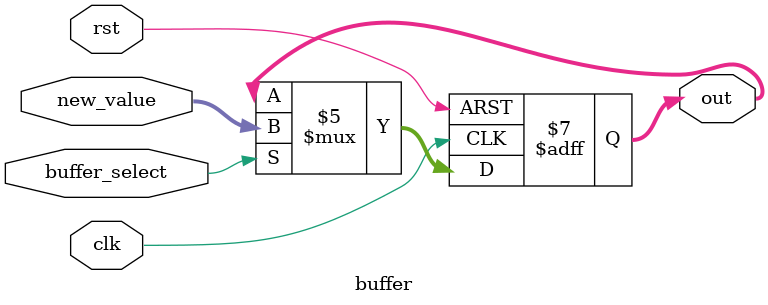
<source format=v>
module buffer(new_value, buffer_select, clk, rst, out);
    
    input [54:0] new_value;
    input clk, rst, buffer_select;
    output reg [54:0] out;
    
    always@(posedge clk, negedge rst)begin
        // Reset
        if(~rst)begin
           out <= 55'b0;
        end
        
        // Otherwise
        else begin
        if(buffer_select == 1'b1)
            out <= new_value;
        else
            out <= out;
        end // else
        
    end // Always
endmodule

</source>
